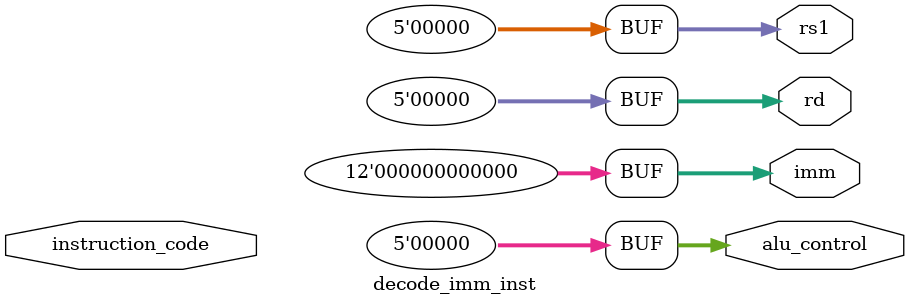
<source format=sv>

`ifndef FILE_INCL
    `include "processor_defines.sv"
`endif

module decode_imm_inst(
    input logic [31:7] instruction_code,
    output logic [4:0] rs1,
    output logic [4:0] rd,
    output logic [11:0] imm,
    output logic [4:0] alu_control
);

// Edit the code here begin ---------------------------------------------------

    assign rs1 = 'b0;
    assign rd = 'b0;
    assign imm = 'b0;
    assign alu_control = 'b0;
    
// Edit the code here end -----------------------------------------------------

/*
	Following section is necessary for dumping waveforms. This is needed for debug and simulations
*/

`ifndef SUBMODULE_DISABLE_WAVES
    initial begin
        $dumpfile("./sim_build/decode_imm_inst.vcd");
        $dumpvars(0, decode_imm_inst);
    end
`endif

endmodule

</source>
